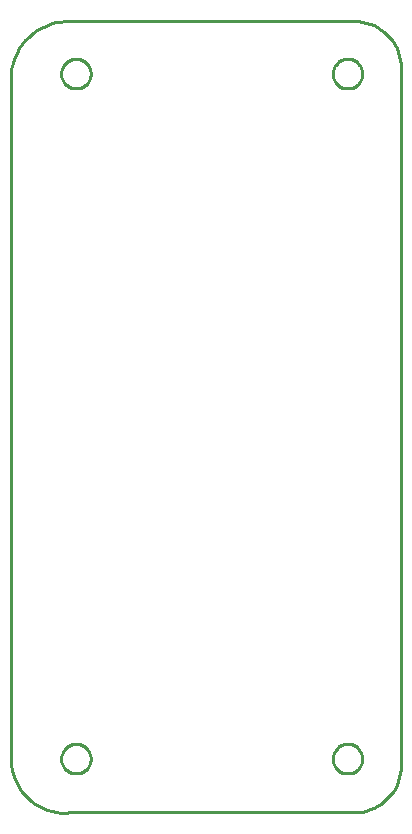
<source format=gbr>
G04 EAGLE Gerber RS-274X export*
G75*
%MOMM*%
%FSLAX34Y34*%
%LPD*%
%IN*%
%IPPOS*%
%AMOC8*
5,1,8,0,0,1.08239X$1,22.5*%
G01*
%ADD10C,0.254000*%


D10*
X-285000Y-295000D02*
X-284393Y-298903D01*
X-283448Y-302738D01*
X-282173Y-306477D01*
X-280576Y-310089D01*
X-278671Y-313549D01*
X-276471Y-316830D01*
X-273994Y-319907D01*
X-271258Y-322756D01*
X-268284Y-325355D01*
X-265095Y-327686D01*
X-261715Y-329730D01*
X-258170Y-331471D01*
X-254486Y-332897D01*
X-250692Y-333996D01*
X-246817Y-334761D01*
X-242890Y-335185D01*
X-238941Y-335265D01*
X-235000Y-335000D01*
X5000Y-335000D01*
X8486Y-334848D01*
X11946Y-334392D01*
X15353Y-333637D01*
X18681Y-332588D01*
X21905Y-331252D01*
X25000Y-329641D01*
X27943Y-327766D01*
X30712Y-325642D01*
X33284Y-323284D01*
X35642Y-320712D01*
X37766Y-317943D01*
X39641Y-315000D01*
X41252Y-311905D01*
X42588Y-308681D01*
X43637Y-305353D01*
X44392Y-301946D01*
X44848Y-298486D01*
X45000Y-295000D01*
X45000Y295000D01*
X44848Y298486D01*
X44392Y301946D01*
X43637Y305353D01*
X42588Y308681D01*
X41252Y311905D01*
X39641Y315000D01*
X37766Y317943D01*
X35642Y320712D01*
X33284Y323284D01*
X30712Y325642D01*
X27943Y327766D01*
X25000Y329641D01*
X21905Y331252D01*
X18681Y332588D01*
X15353Y333637D01*
X11946Y334392D01*
X8486Y334848D01*
X5000Y335000D01*
X-235000Y335000D01*
X-239292Y334958D01*
X-243563Y334542D01*
X-247782Y333756D01*
X-251917Y332605D01*
X-255935Y331098D01*
X-259807Y329246D01*
X-263502Y327064D01*
X-266994Y324569D01*
X-270254Y321778D01*
X-273259Y318714D01*
X-275986Y315399D01*
X-278413Y311860D01*
X-280522Y308123D01*
X-282298Y304215D01*
X-283727Y300168D01*
X-284797Y296012D01*
X-285000Y295000D01*
X-285000Y-295000D01*
X12190Y-290111D02*
X12190Y-289129D01*
X12113Y-288150D01*
X11959Y-287180D01*
X11730Y-286224D01*
X11426Y-285290D01*
X11051Y-284383D01*
X10605Y-283508D01*
X10091Y-282670D01*
X9514Y-281875D01*
X8876Y-281128D01*
X8182Y-280434D01*
X7435Y-279796D01*
X6640Y-279219D01*
X5802Y-278705D01*
X4927Y-278259D01*
X4020Y-277884D01*
X3086Y-277580D01*
X2131Y-277351D01*
X1160Y-277197D01*
X181Y-277120D01*
X-801Y-277120D01*
X-1780Y-277197D01*
X-2751Y-277351D01*
X-3706Y-277580D01*
X-4640Y-277884D01*
X-5547Y-278259D01*
X-6422Y-278705D01*
X-7260Y-279219D01*
X-8055Y-279796D01*
X-8802Y-280434D01*
X-9496Y-281128D01*
X-10134Y-281875D01*
X-10711Y-282670D01*
X-11225Y-283508D01*
X-11671Y-284383D01*
X-12046Y-285290D01*
X-12350Y-286224D01*
X-12579Y-287180D01*
X-12733Y-288150D01*
X-12810Y-289129D01*
X-12810Y-290111D01*
X-12733Y-291090D01*
X-12579Y-292061D01*
X-12350Y-293016D01*
X-12046Y-293950D01*
X-11671Y-294857D01*
X-11225Y-295732D01*
X-10711Y-296570D01*
X-10134Y-297365D01*
X-9496Y-298112D01*
X-8802Y-298806D01*
X-8055Y-299444D01*
X-7260Y-300021D01*
X-6422Y-300535D01*
X-5547Y-300981D01*
X-4640Y-301356D01*
X-3706Y-301660D01*
X-2751Y-301889D01*
X-1780Y-302043D01*
X-801Y-302120D01*
X181Y-302120D01*
X1160Y-302043D01*
X2131Y-301889D01*
X3086Y-301660D01*
X4020Y-301356D01*
X4927Y-300981D01*
X5802Y-300535D01*
X6640Y-300021D01*
X7435Y-299444D01*
X8182Y-298806D01*
X8876Y-298112D01*
X9514Y-297365D01*
X10091Y-296570D01*
X10605Y-295732D01*
X11051Y-294857D01*
X11426Y-293950D01*
X11730Y-293016D01*
X11959Y-292061D01*
X12113Y-291090D01*
X12190Y-290111D01*
X-217810Y-290111D02*
X-217810Y-289129D01*
X-217887Y-288150D01*
X-218041Y-287180D01*
X-218270Y-286224D01*
X-218574Y-285290D01*
X-218949Y-284383D01*
X-219395Y-283508D01*
X-219909Y-282670D01*
X-220486Y-281875D01*
X-221124Y-281128D01*
X-221818Y-280434D01*
X-222565Y-279796D01*
X-223360Y-279219D01*
X-224198Y-278705D01*
X-225073Y-278259D01*
X-225980Y-277884D01*
X-226914Y-277580D01*
X-227870Y-277351D01*
X-228840Y-277197D01*
X-229819Y-277120D01*
X-230801Y-277120D01*
X-231780Y-277197D01*
X-232751Y-277351D01*
X-233706Y-277580D01*
X-234640Y-277884D01*
X-235547Y-278259D01*
X-236422Y-278705D01*
X-237260Y-279219D01*
X-238055Y-279796D01*
X-238802Y-280434D01*
X-239496Y-281128D01*
X-240134Y-281875D01*
X-240711Y-282670D01*
X-241225Y-283508D01*
X-241671Y-284383D01*
X-242046Y-285290D01*
X-242350Y-286224D01*
X-242579Y-287180D01*
X-242733Y-288150D01*
X-242810Y-289129D01*
X-242810Y-290111D01*
X-242733Y-291090D01*
X-242579Y-292061D01*
X-242350Y-293016D01*
X-242046Y-293950D01*
X-241671Y-294857D01*
X-241225Y-295732D01*
X-240711Y-296570D01*
X-240134Y-297365D01*
X-239496Y-298112D01*
X-238802Y-298806D01*
X-238055Y-299444D01*
X-237260Y-300021D01*
X-236422Y-300535D01*
X-235547Y-300981D01*
X-234640Y-301356D01*
X-233706Y-301660D01*
X-232751Y-301889D01*
X-231780Y-302043D01*
X-230801Y-302120D01*
X-229819Y-302120D01*
X-228840Y-302043D01*
X-227870Y-301889D01*
X-226914Y-301660D01*
X-225980Y-301356D01*
X-225073Y-300981D01*
X-224198Y-300535D01*
X-223360Y-300021D01*
X-222565Y-299444D01*
X-221818Y-298806D01*
X-221124Y-298112D01*
X-220486Y-297365D01*
X-219909Y-296570D01*
X-219395Y-295732D01*
X-218949Y-294857D01*
X-218574Y-293950D01*
X-218270Y-293016D01*
X-218041Y-292061D01*
X-217887Y-291090D01*
X-217810Y-290111D01*
X-217810Y289889D02*
X-217810Y290871D01*
X-217887Y291850D01*
X-218041Y292821D01*
X-218270Y293776D01*
X-218574Y294710D01*
X-218949Y295617D01*
X-219395Y296492D01*
X-219909Y297330D01*
X-220486Y298125D01*
X-221124Y298872D01*
X-221818Y299566D01*
X-222565Y300204D01*
X-223360Y300781D01*
X-224198Y301295D01*
X-225073Y301741D01*
X-225980Y302116D01*
X-226914Y302420D01*
X-227870Y302649D01*
X-228840Y302803D01*
X-229819Y302880D01*
X-230801Y302880D01*
X-231780Y302803D01*
X-232751Y302649D01*
X-233706Y302420D01*
X-234640Y302116D01*
X-235547Y301741D01*
X-236422Y301295D01*
X-237260Y300781D01*
X-238055Y300204D01*
X-238802Y299566D01*
X-239496Y298872D01*
X-240134Y298125D01*
X-240711Y297330D01*
X-241225Y296492D01*
X-241671Y295617D01*
X-242046Y294710D01*
X-242350Y293776D01*
X-242579Y292821D01*
X-242733Y291850D01*
X-242810Y290871D01*
X-242810Y289889D01*
X-242733Y288910D01*
X-242579Y287940D01*
X-242350Y286984D01*
X-242046Y286050D01*
X-241671Y285143D01*
X-241225Y284268D01*
X-240711Y283430D01*
X-240134Y282635D01*
X-239496Y281888D01*
X-238802Y281194D01*
X-238055Y280556D01*
X-237260Y279979D01*
X-236422Y279465D01*
X-235547Y279019D01*
X-234640Y278644D01*
X-233706Y278340D01*
X-232751Y278111D01*
X-231780Y277957D01*
X-230801Y277880D01*
X-229819Y277880D01*
X-228840Y277957D01*
X-227870Y278111D01*
X-226914Y278340D01*
X-225980Y278644D01*
X-225073Y279019D01*
X-224198Y279465D01*
X-223360Y279979D01*
X-222565Y280556D01*
X-221818Y281194D01*
X-221124Y281888D01*
X-220486Y282635D01*
X-219909Y283430D01*
X-219395Y284268D01*
X-218949Y285143D01*
X-218574Y286050D01*
X-218270Y286984D01*
X-218041Y287940D01*
X-217887Y288910D01*
X-217810Y289889D01*
X12190Y289889D02*
X12190Y290871D01*
X12113Y291850D01*
X11959Y292821D01*
X11730Y293776D01*
X11426Y294710D01*
X11051Y295617D01*
X10605Y296492D01*
X10091Y297330D01*
X9514Y298125D01*
X8876Y298872D01*
X8182Y299566D01*
X7435Y300204D01*
X6640Y300781D01*
X5802Y301295D01*
X4927Y301741D01*
X4020Y302116D01*
X3086Y302420D01*
X2131Y302649D01*
X1160Y302803D01*
X181Y302880D01*
X-801Y302880D01*
X-1780Y302803D01*
X-2751Y302649D01*
X-3706Y302420D01*
X-4640Y302116D01*
X-5547Y301741D01*
X-6422Y301295D01*
X-7260Y300781D01*
X-8055Y300204D01*
X-8802Y299566D01*
X-9496Y298872D01*
X-10134Y298125D01*
X-10711Y297330D01*
X-11225Y296492D01*
X-11671Y295617D01*
X-12046Y294710D01*
X-12350Y293776D01*
X-12579Y292821D01*
X-12733Y291850D01*
X-12810Y290871D01*
X-12810Y289889D01*
X-12733Y288910D01*
X-12579Y287940D01*
X-12350Y286984D01*
X-12046Y286050D01*
X-11671Y285143D01*
X-11225Y284268D01*
X-10711Y283430D01*
X-10134Y282635D01*
X-9496Y281888D01*
X-8802Y281194D01*
X-8055Y280556D01*
X-7260Y279979D01*
X-6422Y279465D01*
X-5547Y279019D01*
X-4640Y278644D01*
X-3706Y278340D01*
X-2751Y278111D01*
X-1780Y277957D01*
X-801Y277880D01*
X181Y277880D01*
X1160Y277957D01*
X2131Y278111D01*
X3086Y278340D01*
X4020Y278644D01*
X4927Y279019D01*
X5802Y279465D01*
X6640Y279979D01*
X7435Y280556D01*
X8182Y281194D01*
X8876Y281888D01*
X9514Y282635D01*
X10091Y283430D01*
X10605Y284268D01*
X11051Y285143D01*
X11426Y286050D01*
X11730Y286984D01*
X11959Y287940D01*
X12113Y288910D01*
X12190Y289889D01*
M02*

</source>
